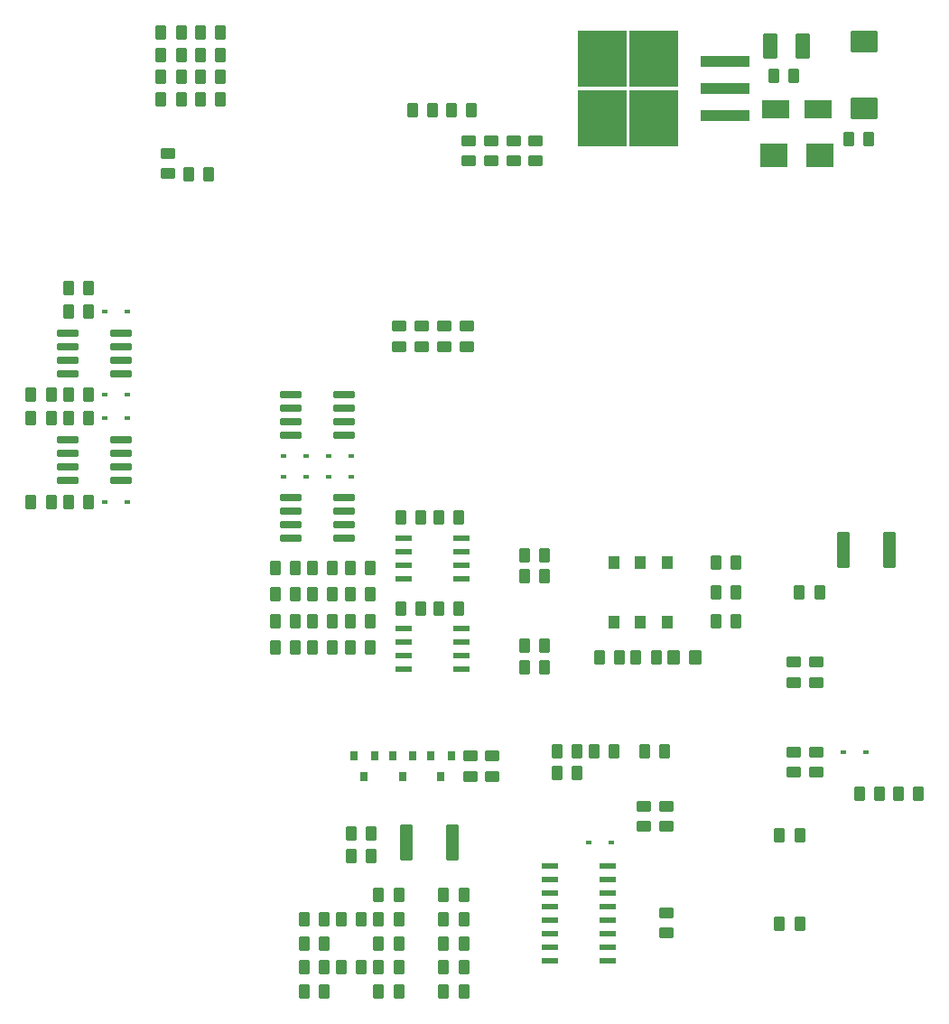
<source format=gtp>
G04*
G04 #@! TF.GenerationSoftware,Altium Limited,Altium Designer,20.2.4 (192)*
G04*
G04 Layer_Color=8421504*
%FSLAX44Y44*%
%MOMM*%
G71*
G04*
G04 #@! TF.SameCoordinates,BE2EEFCD-C29F-4362-AD25-489BCFFAE24D*
G04*
G04*
G04 #@! TF.FilePolarity,Positive*
G04*
G01*
G75*
%ADD15R,4.5500X5.2500*%
G04:AMPARAMS|DCode=16|XSize=0.975mm|YSize=1.4mm|CornerRadius=0.1219mm|HoleSize=0mm|Usage=FLASHONLY|Rotation=180.000|XOffset=0mm|YOffset=0mm|HoleType=Round|Shape=RoundedRectangle|*
%AMROUNDEDRECTD16*
21,1,0.9750,1.1563,0,0,180.0*
21,1,0.7313,1.4000,0,0,180.0*
1,1,0.2438,-0.3656,0.5781*
1,1,0.2438,0.3656,0.5781*
1,1,0.2438,0.3656,-0.5781*
1,1,0.2438,-0.3656,-0.5781*
%
%ADD16ROUNDEDRECTD16*%
G04:AMPARAMS|DCode=17|XSize=1.95mm|YSize=0.6mm|CornerRadius=0.075mm|HoleSize=0mm|Usage=FLASHONLY|Rotation=180.000|XOffset=0mm|YOffset=0mm|HoleType=Round|Shape=RoundedRectangle|*
%AMROUNDEDRECTD17*
21,1,1.9500,0.4500,0,0,180.0*
21,1,1.8000,0.6000,0,0,180.0*
1,1,0.1500,-0.9000,0.2250*
1,1,0.1500,0.9000,0.2250*
1,1,0.1500,0.9000,-0.2250*
1,1,0.1500,-0.9000,-0.2250*
%
%ADD17ROUNDEDRECTD17*%
G04:AMPARAMS|DCode=18|XSize=0.975mm|YSize=1.4mm|CornerRadius=0.1219mm|HoleSize=0mm|Usage=FLASHONLY|Rotation=270.000|XOffset=0mm|YOffset=0mm|HoleType=Round|Shape=RoundedRectangle|*
%AMROUNDEDRECTD18*
21,1,0.9750,1.1563,0,0,270.0*
21,1,0.7313,1.4000,0,0,270.0*
1,1,0.2438,-0.5781,-0.3656*
1,1,0.2438,-0.5781,0.3656*
1,1,0.2438,0.5781,0.3656*
1,1,0.2438,0.5781,-0.3656*
%
%ADD18ROUNDEDRECTD18*%
%ADD19R,2.5000X2.3000*%
G04:AMPARAMS|DCode=20|XSize=2.075mm|YSize=2.55mm|CornerRadius=0.1245mm|HoleSize=0mm|Usage=FLASHONLY|Rotation=90.000|XOffset=0mm|YOffset=0mm|HoleType=Round|Shape=RoundedRectangle|*
%AMROUNDEDRECTD20*
21,1,2.0750,2.3010,0,0,90.0*
21,1,1.8260,2.5500,0,0,90.0*
1,1,0.2490,1.1505,0.9130*
1,1,0.2490,1.1505,-0.9130*
1,1,0.2490,-1.1505,-0.9130*
1,1,0.2490,-1.1505,0.9130*
%
%ADD20ROUNDEDRECTD20*%
G04:AMPARAMS|DCode=21|XSize=1.325mm|YSize=2.35mm|CornerRadius=0.1259mm|HoleSize=0mm|Usage=FLASHONLY|Rotation=0.000|XOffset=0mm|YOffset=0mm|HoleType=Round|Shape=RoundedRectangle|*
%AMROUNDEDRECTD21*
21,1,1.3250,2.0983,0,0,0.0*
21,1,1.0733,2.3500,0,0,0.0*
1,1,0.2517,0.5366,-1.0491*
1,1,0.2517,-0.5366,-1.0491*
1,1,0.2517,-0.5366,1.0491*
1,1,0.2517,0.5366,1.0491*
%
%ADD21ROUNDEDRECTD21*%
%ADD22R,0.6000X0.4500*%
%ADD23R,1.5000X0.6000*%
G04:AMPARAMS|DCode=24|XSize=1.15mm|YSize=1.4mm|CornerRadius=0.1265mm|HoleSize=0mm|Usage=FLASHONLY|Rotation=0.000|XOffset=0mm|YOffset=0mm|HoleType=Round|Shape=RoundedRectangle|*
%AMROUNDEDRECTD24*
21,1,1.1500,1.1470,0,0,0.0*
21,1,0.8970,1.4000,0,0,0.0*
1,1,0.2530,0.4485,-0.5735*
1,1,0.2530,-0.4485,-0.5735*
1,1,0.2530,-0.4485,0.5735*
1,1,0.2530,0.4485,0.5735*
%
%ADD24ROUNDEDRECTD24*%
%ADD25R,1.5500X0.6000*%
%ADD26R,2.5000X1.8000*%
%ADD27R,1.0000X1.1500*%
%ADD28R,4.6000X1.1000*%
%ADD29R,0.8000X0.9000*%
G04:AMPARAMS|DCode=30|XSize=1.125mm|YSize=3.4mm|CornerRadius=0.1238mm|HoleSize=0mm|Usage=FLASHONLY|Rotation=180.000|XOffset=0mm|YOffset=0mm|HoleType=Round|Shape=RoundedRectangle|*
%AMROUNDEDRECTD30*
21,1,1.1250,3.1525,0,0,180.0*
21,1,0.8775,3.4000,0,0,180.0*
1,1,0.2475,-0.4387,1.5763*
1,1,0.2475,0.4387,1.5763*
1,1,0.2475,0.4387,-1.5763*
1,1,0.2475,-0.4387,-1.5763*
%
%ADD30ROUNDEDRECTD30*%
D15*
X1682000Y930250D02*
D03*
X1730500Y874750D02*
D03*
X1682000D02*
D03*
X1730500Y930250D02*
D03*
D16*
X1788625Y403000D02*
D03*
X1807375D02*
D03*
X1788625Y458000D02*
D03*
X1807375D02*
D03*
X1861875Y914000D02*
D03*
X1843125D02*
D03*
X1932375Y855000D02*
D03*
X1913625D02*
D03*
X1375625Y428000D02*
D03*
X1394375D02*
D03*
X1491375Y101000D02*
D03*
X1472625D02*
D03*
X1540625Y882000D02*
D03*
X1559375D02*
D03*
X1504625D02*
D03*
X1523375D02*
D03*
X1294625Y822000D02*
D03*
X1313375D02*
D03*
X1421375Y56000D02*
D03*
X1402625D02*
D03*
X1658375Y281000D02*
D03*
X1639625D02*
D03*
X1446625Y204000D02*
D03*
X1465375D02*
D03*
X1533625Y56000D02*
D03*
X1552375D02*
D03*
X1722000Y281000D02*
D03*
X1740750D02*
D03*
X1533625Y146000D02*
D03*
X1552375D02*
D03*
X1421375Y101000D02*
D03*
X1402625D02*
D03*
X1421375Y78500D02*
D03*
X1402625D02*
D03*
X1421375Y123500D02*
D03*
X1402625D02*
D03*
X1533625Y101000D02*
D03*
X1552375D02*
D03*
X1533625Y78500D02*
D03*
X1552375D02*
D03*
X1533625Y123500D02*
D03*
X1552375D02*
D03*
X1959625Y241000D02*
D03*
X1978375D02*
D03*
X1445625Y428000D02*
D03*
X1464375D02*
D03*
Y453000D02*
D03*
X1445625D02*
D03*
X1181625Y593000D02*
D03*
X1200375D02*
D03*
Y515000D02*
D03*
X1181625D02*
D03*
Y693000D02*
D03*
X1200375D02*
D03*
Y615000D02*
D03*
X1181625D02*
D03*
X1305250Y934000D02*
D03*
X1324000D02*
D03*
X1305625Y955000D02*
D03*
X1324375D02*
D03*
X1788625Y430000D02*
D03*
X1807375D02*
D03*
X1287375Y934000D02*
D03*
X1268625D02*
D03*
Y955000D02*
D03*
X1287375D02*
D03*
X1609625Y445000D02*
D03*
X1628375D02*
D03*
Y465000D02*
D03*
X1609625D02*
D03*
X1165375Y593000D02*
D03*
X1146625D02*
D03*
Y515000D02*
D03*
X1165375D02*
D03*
X1429375Y428000D02*
D03*
X1410625D02*
D03*
Y453000D02*
D03*
X1429375D02*
D03*
X1394375D02*
D03*
X1375625D02*
D03*
X1324375Y892000D02*
D03*
X1305625D02*
D03*
X1324375Y913000D02*
D03*
X1305625D02*
D03*
X1287375Y892000D02*
D03*
X1268625D02*
D03*
Y913000D02*
D03*
X1287375D02*
D03*
X1867250Y430000D02*
D03*
X1886000D02*
D03*
X1628375Y360000D02*
D03*
X1609625D02*
D03*
Y380000D02*
D03*
X1628375D02*
D03*
X1200375Y715000D02*
D03*
X1181625D02*
D03*
X1165375Y615000D02*
D03*
X1146625D02*
D03*
X1410625Y378000D02*
D03*
X1429375D02*
D03*
X1410625Y403000D02*
D03*
X1429375D02*
D03*
X1394375Y378000D02*
D03*
X1375625D02*
D03*
X1394375Y403000D02*
D03*
X1375625D02*
D03*
X1639625Y261000D02*
D03*
X1658375D02*
D03*
X1491375Y56000D02*
D03*
X1472625D02*
D03*
X1693375Y281000D02*
D03*
X1674625D02*
D03*
X1446625Y183000D02*
D03*
X1465375D02*
D03*
X1491375Y146000D02*
D03*
X1472625D02*
D03*
X1456375Y78500D02*
D03*
X1437625D02*
D03*
Y123500D02*
D03*
X1456375D02*
D03*
X1472625Y78500D02*
D03*
X1491375D02*
D03*
X1472625Y123500D02*
D03*
X1491375D02*
D03*
X1942375Y241000D02*
D03*
X1923625D02*
D03*
X1464375Y378000D02*
D03*
X1445625D02*
D03*
Y403000D02*
D03*
X1464375D02*
D03*
X1867375Y202000D02*
D03*
X1848625D02*
D03*
X1867375Y119000D02*
D03*
X1848625D02*
D03*
X1679625Y369000D02*
D03*
X1698375D02*
D03*
X1714000D02*
D03*
X1732750D02*
D03*
X1512375Y415000D02*
D03*
X1493625D02*
D03*
X1547375D02*
D03*
X1528625D02*
D03*
X1512375Y500000D02*
D03*
X1493625D02*
D03*
X1547375D02*
D03*
X1528625D02*
D03*
D17*
X1390250Y576950D02*
D03*
Y589650D02*
D03*
Y602350D02*
D03*
Y615050D02*
D03*
X1439750D02*
D03*
Y602350D02*
D03*
Y589650D02*
D03*
Y576950D02*
D03*
X1390250Y480950D02*
D03*
Y493650D02*
D03*
Y506350D02*
D03*
Y519050D02*
D03*
X1439750D02*
D03*
Y506350D02*
D03*
Y493650D02*
D03*
Y480950D02*
D03*
X1230750Y673050D02*
D03*
Y660350D02*
D03*
Y647650D02*
D03*
Y634950D02*
D03*
X1181250D02*
D03*
Y647650D02*
D03*
Y660350D02*
D03*
Y673050D02*
D03*
X1230750Y573050D02*
D03*
Y560350D02*
D03*
Y547650D02*
D03*
Y534950D02*
D03*
X1181250D02*
D03*
Y547650D02*
D03*
Y560350D02*
D03*
Y573050D02*
D03*
D18*
X1620000Y834625D02*
D03*
Y853375D02*
D03*
X1599000D02*
D03*
Y834625D02*
D03*
X1492000Y679375D02*
D03*
Y660625D02*
D03*
X1513000Y679375D02*
D03*
Y660625D02*
D03*
X1559000Y276375D02*
D03*
Y257625D02*
D03*
X1578000Y834625D02*
D03*
Y853375D02*
D03*
X1557000D02*
D03*
Y834625D02*
D03*
X1555000Y679375D02*
D03*
Y660625D02*
D03*
X1534000Y679375D02*
D03*
Y660625D02*
D03*
X1275000Y841375D02*
D03*
Y822625D02*
D03*
X1579000Y276375D02*
D03*
Y257625D02*
D03*
X1721000Y210625D02*
D03*
Y229375D02*
D03*
X1742000D02*
D03*
Y210625D02*
D03*
Y129375D02*
D03*
Y110625D02*
D03*
X1883000Y345625D02*
D03*
Y364375D02*
D03*
Y280375D02*
D03*
Y261625D02*
D03*
X1862000Y280375D02*
D03*
Y261625D02*
D03*
Y364375D02*
D03*
Y345625D02*
D03*
D19*
X1843500Y840000D02*
D03*
X1886500D02*
D03*
D20*
X1927500Y883875D02*
D03*
Y946125D02*
D03*
D21*
X1839625Y942500D02*
D03*
X1870375D02*
D03*
D22*
X1215500Y693000D02*
D03*
X1236500D02*
D03*
Y593000D02*
D03*
X1215500D02*
D03*
Y515000D02*
D03*
X1236500D02*
D03*
X1404500Y538000D02*
D03*
X1383500D02*
D03*
X1446500D02*
D03*
X1425500D02*
D03*
X1404500Y558000D02*
D03*
X1383500D02*
D03*
X1236500Y615000D02*
D03*
X1215500D02*
D03*
X1929500Y280000D02*
D03*
X1908500D02*
D03*
X1446500Y558000D02*
D03*
X1425500D02*
D03*
X1669500Y195000D02*
D03*
X1690500D02*
D03*
D23*
X1633000Y173450D02*
D03*
Y160750D02*
D03*
Y148050D02*
D03*
Y135350D02*
D03*
Y122650D02*
D03*
Y109950D02*
D03*
Y97250D02*
D03*
Y84550D02*
D03*
X1687000D02*
D03*
Y97250D02*
D03*
Y109950D02*
D03*
Y122650D02*
D03*
Y135350D02*
D03*
Y148050D02*
D03*
Y160750D02*
D03*
Y173450D02*
D03*
D24*
X1749000Y369000D02*
D03*
X1769500D02*
D03*
D25*
X1496000Y442950D02*
D03*
Y455650D02*
D03*
Y468350D02*
D03*
Y481050D02*
D03*
X1550000D02*
D03*
Y468350D02*
D03*
Y455650D02*
D03*
Y442950D02*
D03*
Y357950D02*
D03*
Y370650D02*
D03*
Y383350D02*
D03*
Y396050D02*
D03*
X1496000D02*
D03*
Y383350D02*
D03*
Y370650D02*
D03*
Y357950D02*
D03*
D26*
X1845000Y882500D02*
D03*
X1885000D02*
D03*
D27*
X1743000Y401750D02*
D03*
X1718000D02*
D03*
X1693000D02*
D03*
X1743000Y458250D02*
D03*
X1718000D02*
D03*
X1693000D02*
D03*
D28*
X1797750Y877100D02*
D03*
Y902500D02*
D03*
Y927900D02*
D03*
D29*
X1540500Y277000D02*
D03*
X1521500D02*
D03*
X1531000Y257000D02*
D03*
X1459000D02*
D03*
X1449500Y277000D02*
D03*
X1468500D02*
D03*
X1504500D02*
D03*
X1485500D02*
D03*
X1495000Y257000D02*
D03*
D30*
X1541375Y195000D02*
D03*
X1498625D02*
D03*
X1908625Y470000D02*
D03*
X1951375D02*
D03*
M02*

</source>
